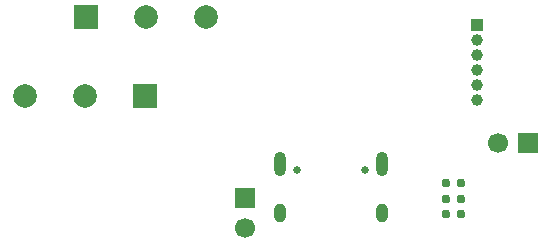
<source format=gbr>
%TF.GenerationSoftware,KiCad,Pcbnew,9.0.7-9.0.7~ubuntu24.04.1*%
%TF.CreationDate,2026-02-26T22:41:37+11:00*%
%TF.ProjectId,flipcab-rounded,666c6970-6361-4622-9d72-6f756e646564,rev?*%
%TF.SameCoordinates,Original*%
%TF.FileFunction,Soldermask,Bot*%
%TF.FilePolarity,Negative*%
%FSLAX46Y46*%
G04 Gerber Fmt 4.6, Leading zero omitted, Abs format (unit mm)*
G04 Created by KiCad (PCBNEW 9.0.7-9.0.7~ubuntu24.04.1) date 2026-02-26 22:41:37*
%MOMM*%
%LPD*%
G01*
G04 APERTURE LIST*
%ADD10C,0.770000*%
%ADD11R,1.000000X1.000000*%
%ADD12C,1.000000*%
%ADD13R,2.000000X2.000000*%
%ADD14C,2.000000*%
%ADD15R,1.700000X1.700000*%
%ADD16C,1.700000*%
%ADD17C,0.650000*%
%ADD18O,1.000000X2.100000*%
%ADD19O,1.000000X1.600000*%
G04 APERTURE END LIST*
D10*
%TO.C,U4*%
X88470000Y-97350000D03*
X88470000Y-98650000D03*
X88470000Y-99950000D03*
X89770000Y-97350000D03*
X89770000Y-98650000D03*
X89770000Y-99950000D03*
%TD*%
D11*
%TO.C,J2*%
X91080000Y-83930000D03*
D12*
X91080000Y-85200000D03*
X91080000Y-86470000D03*
X91080000Y-87740000D03*
X91080000Y-89010000D03*
X91080000Y-90280000D03*
%TD*%
D13*
%TO.C,SW2*%
X58000000Y-83300000D03*
D14*
X63080000Y-83300000D03*
X68160000Y-83300000D03*
%TD*%
D15*
%TO.C,J4*%
X95395000Y-93930000D03*
D16*
X92855000Y-93930000D03*
%TD*%
D15*
%TO.C,J1*%
X71490000Y-98610000D03*
D16*
X71490000Y-101150000D03*
%TD*%
D13*
%TO.C,SW1*%
X63000000Y-90000000D03*
D14*
X57920000Y-90000000D03*
X52840000Y-90000000D03*
%TD*%
D17*
%TO.C,J3*%
X75890000Y-96230000D03*
X81670000Y-96230000D03*
D18*
X74460000Y-95700000D03*
D19*
X74460000Y-99880000D03*
D18*
X83100000Y-95700000D03*
D19*
X83100000Y-99880000D03*
%TD*%
M02*

</source>
